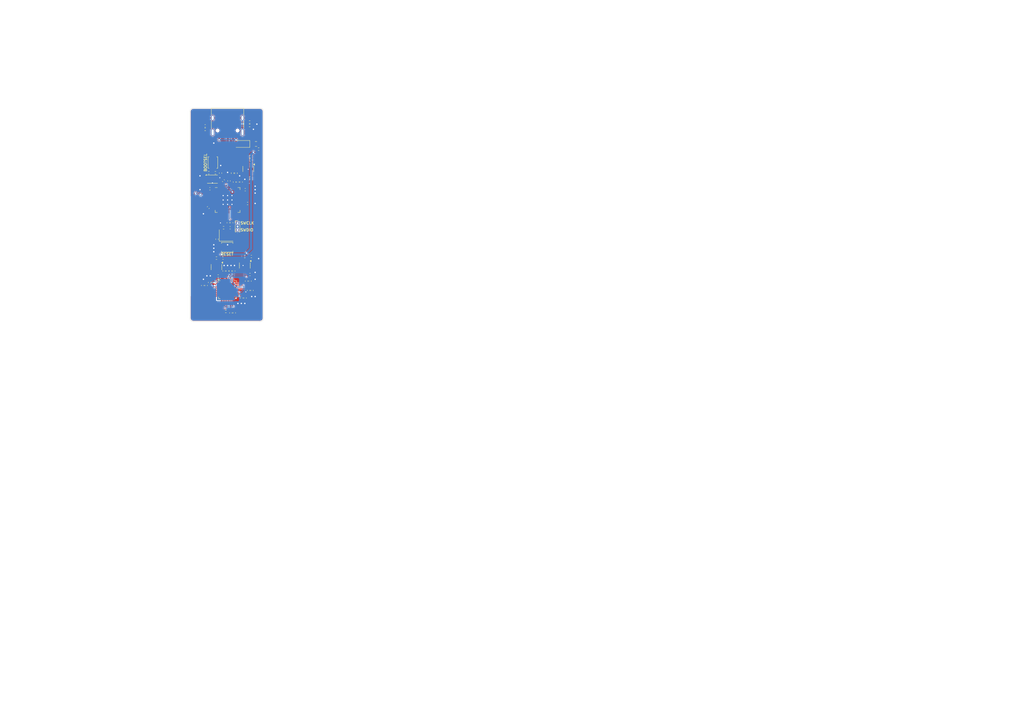
<source format=kicad_pcb>
(kicad_pcb (version 20221018) (generator pcbnew)
  (title_block (title "EnvOpenAudio") (date "2021-09-14") (company "Envious.Design"))
  (layers (0 "F.Cu" signal) (31 "B.Cu" signal) (34 "B.Paste" user) (35 "F.Paste" user) (36 "B.SilkS" user "B.Silkscreen") (37 "F.SilkS" user "F.Silkscreen") (38 "B.Mask" user) (39 "F.Mask" user) (44 "Edge.Cuts" user))
  (net 0 "")
  (net 1 "VBUS")
  (net 2 "+1V1")
  (net 3 "/~{USB_BOOT}")
  (net 4 "/GPIO15")
  (net 5 "/GPIO14")
  (net 6 "/GPIO13")
  (net 7 "/GPIO12")
  (net 8 "/GPIO11")
  (net 9 "/GPIO10")
  (net 10 "/GPIO9")
  (net 11 "/GPIO8")
  (net 12 "/GPIO7")
  (net 13 "/GPIO25")
  (net 14 "/GPIO22")
  (net 15 "/GPIO21")
  (net 16 "/GPIO20")
  (net 17 "/GPIO19")
  (net 18 "/GPIO18")
  (net 19 "/GPIO17")
  (net 20 "/GPIO16")
  (net 21 "/RUN")
  (net 22 "/SWD")
  (net 23 "/SWCLK")
  (net 24 "/QSPI_SS")
  (net 25 "Net-(J1-SHIELD)")
  (net 26 "/QSPI_SD3")
  (net 27 "/QSPI_SCLK")
  (net 28 "/QSPI_SD0")
  (net 29 "/QSPI_SD2")
  (net 30 "/QSPI_SD1")
  (net 31 "+1V8")
  (net 32 "Net-(J1-CC1)")
  (net 33 "3V3_EN")
  (net 34 "USB_D+")
  (net 35 "USB_D-")
  (net 36 "VSYS")
  (net 37 "+3V3")
  (net 38 "XIN")
  (net 39 "XOUT")
  (net 40 "Net-(C19-Pad2)")
  (net 42 "Net-(J1-CC2)")
  (net 43 "/GPIO24")
  (net 44 "Net-(U3-USB_DP)")
  (net 45 "/GPIO23")
  (net 46 "Net-(U3-USB_DM)")
  (net 48 "Net-(F1-Pad1)")
  (net 49 "GND")
  (net 50 "/GPIO27_ADC1")
  (net 51 "/GPIO26_ADC0")
  (net 52 "/GPIO28_ADC2")
  (net 53 "/GPIO29_ADC3")
  (net 54 "Net-(U4-HPL)")
  (net 55 "HPLO")
  (net 56 "Net-(U4-HPR)")
  (net 57 "HPRO")
  (net 58 "Net-(U4-MIC1LM)")
  (net 59 "MIC1LM")
  (net 60 "Net-(U4-MIC1LP)")
  (net 61 "MIC1LP")
  (net 62 "Net-(U5-EN)")
  (net 63 "Net-(U6-EN)")
  (net 64 "MIC1RP")
  (net 65 "Net-(U4-MICBIAS)")
  (net 67 "SPKM")
  (net 68 "SPKP")
  (net 73 "Net-(D1-K)")
  (net 74 "I2C0_SDA")
  (net 75 "I2C0_SCL")
  (net 76 "AUDIO-DOUT")
  (net 77 "AUDIO-DIN")
  (net 78 "AUDIO_WCLK")
  (net 79 "AUDIO_BCLK")
  (net 80 "AUDIO_MCLK")
  (footprint "Capacitor_SMD:C_0402_1005Metric" (layer "F.Cu") (at 68 52.8 90)
    (fp_text reference "C3" hide)
    (fp_text value "1uf 0402" hide)
  )
  (footprint "Resistor_SMD:R_0402_1005Metric" (layer "F.Cu") (at 71 74.4)
    (fp_text reference "R12" hide)
    (fp_text value "100K 0402" hide)
  )
  (footprint "Capacitor_SMD:C_0402_1005Metric" (layer "F.Cu") (at 68.975 52.8 90)
    (fp_text reference "C10" hide)
    (fp_text value "2.2uF 0402" hide)
  )
  (footprint "Capacitor_SMD:C_0402_1005Metric" (layer "F.Cu") (at 72.5 79.6 180)
    (fp_text reference "C21" hide)
    (fp_text value "10uf 0402" hide)
  )
  (footprint "Capacitor_SMD:C_0402_1005Metric" (layer "F.Cu") (at 64.8 52.4 135)
    (fp_text reference "C7" hide)
    (fp_text value "100nf 0402" hide)
  )
  (footprint "Capacitor_SMD:C_0402_1005Metric" (layer "F.Cu") (at 70.1 86.43 -90)
    (fp_text reference "C32" hide)
    (fp_text value "0.1mF 0402" hide)
  )
  (footprint "Resistor_SMD:R_0402_1005Metric" (layer "F.Cu") (at 67.45 50.225 -90)
    (fp_text reference "R3" hide)
    (fp_text value "27r 0402 resistor" hide)
  )
  (footprint "Capacitor_SMD:C_0402_1005Metric" (layer "F.Cu") (at 60.8 81.92 90)
    (fp_text reference "C28" hide)
    (fp_text value "0.1mF 0402" hide)
  )
  (footprint "Capacitor_SMD:C_0402_1005Metric" (layer "F.Cu") (at 64.68 74.86 180)
    (fp_text reference "C9" hide)
    (fp_text value "10uf 0402" hide)
  )
  (footprint "Capacitor_SMD:C_0402_1005Metric" (layer "F.Cu") (at 65 78.6 90)
    (fp_text reference "C35" hide)
    (fp_text value "47mF 0402" hide)
  )
  (footprint "Diode_SMD:D_SOD-123" (layer "F.Cu") (at 70.1 41.75 180)
    (fp_text reference "D1" hide)
    (fp_text value "schottky diode low forward voltage" hide)
  )
  (footprint "Capacitor_SMD:C_0402_1005Metric" (layer "F.Cu") (at 60.875 54.75 180)
    (fp_text reference "C16" hide)
    (fp_text value "100nf 0402" hide)
  )
  (footprint "Capacitor_SMD:C_0402_1005Metric" (layer "F.Cu") (at 71.8 59)
    (fp_text reference "C13" hide)
    (fp_text value "100nf 0402" hide)
  )
  (footprint "Capacitor_SMD:C_0402_1005Metric" (layer "F.Cu") (at 71.125 55.025)
    (fp_text reference "C8" hide)
    (fp_text value "100nf 0402" hide)
  )
  (footprint "Capacitor_SMD:C_0402_1005Metric" (layer "F.Cu") (at 67.95 90.73 -90)
    (fp_text reference "C36" hide)
    (fp_text value "1mF 0402" hide)
  )
  (footprint "Resistor_SMD:R_0402_1005Metric" (layer "F.Cu") (at 75 43.25)
    (fp_text reference "FB1" hide)
    (fp_text value "FerriteBead 0402" hide)
  )
  (footprint "Package_TO_SOT_SMD:SOT-23-5" (layer "F.Cu") (at 71 77 -90)
    (fp_text reference "U6" hide)
    (fp_text value "TLV75533PDBV" hide)
  )
  (footprint "RP2040_minimal:RP2040-QFN-56" (layer "F.Cu") (at 66 58)
    (fp_text reference "U3" hide)
    (fp_text value "RP2040" hide)
  )
  (footprint "Capacitor_SMD:C_0402_1005Metric" (layer "F.Cu") (at 66.75 66.05 180)
    (fp_text reference "C19" hide)
    (fp_text value "22pf 0402" hide)
  )
  (footprint "Capacitor_SMD:C_0402_1005Metric" (layer "F.Cu") (at 67.8 78.6 90)
    (fp_text reference "C34" hide)
    (fp_text value "47mF 0402" hide)
  )
  (footprint "Capacitor_SMD:C_0402_1005Metric" (layer "F.Cu") (at 66.425 52.475 90)
    (fp_text reference "C11" hide)
    (fp_text value "100nf 0402" hide)
  )
  (footprint "Capacitor_SMD:C_0402_1005Metric" (layer "F.Cu") (at 73.1 84.235 -90)
    (fp_text reference "C22" hide)
    (fp_text value "0.1mF 0402" hide)
  )
  (footprint "Capacitor_SMD:C_0402_1005Metric" (layer "F.Cu") (at 59.5 36.5)
    (fp_text reference "C101" hide)
    (fp_text value "0.1uf 0402" hide)
  )
  (footprint "Button_Switch_SMD:SW_SPST_B3U-1000P" (layer "F.Cu") (at 61.75 47.15 90)
    (fp_text reference "J2" hide)
    (fp_text value "Button" hide)
  )
  (footprint "Capacitor_SMD:C_0402_1005Metric" (layer "F.Cu") (at 66.95 90.75 -90)
    (fp_text reference "C37" hide)
    (fp_text value "1mF 0402" hide)
  )
  (footprint "Resistor_SMD:R_0402_1005Metric" (layer "F.Cu") (at 65.5 90.3)
    (fp_text reference "R13" hide)
    (fp_text value "22K 0402" hide)
  )
  (footprint "Capacitor_SMD:C_0402_1005Metric" (layer "F.Cu") (at 59.8 82.8 90)
    (fp_text reference "C27" hide)
    (fp_text value "10mF 0402" hide)
  )
  (footprint "Capacitor_SMD:C_0402_1005Metric" (layer "F.Cu") (at 72.47 46.4 180)
    (fp_text reference "C1" hide)
    (fp_text value "10uf 0402" hide)
  )
  (footprint "Capacitor_SMD:C_0402_1005Metric" (layer "F.Cu") (at 63.28 80.06)
    (fp_text reference "C12" hide)
    (fp_text value "10uf 0402" hide)
  )
  (footprint "Capacitor_SMD:C_0402_1005Metric" (layer "F.Cu") (at 72.1 84.23 -90)
    (fp_text reference "C23" hide)
    (fp_text value "22mF 0402" hide)
  )
  (footprint "Capacitor_SMD:C_0402_1005Metric" (layer "F.Cu") (at 69.95 52.795 90)
    (fp_text reference "C18" hide)
    (fp_text value "100nf 0402" hide)
  )
  (footprint "Resistor_SMD:R_0402_1005Metric" (layer "F.Cu") (at 62.78 74.86)
    (fp_text reference "R8" hide)
    (fp_text value "100K 0402" hide)
  )
  (footprint "Crystal:Crystal_SMD_3225-4Pin_3.2x2.5mm" (layer "F.Cu") (at 65.583274 68.277387)
    (fp_text reference "Y1" hide)
    (fp_text value "3225_4P 12MHz" hide)
  )
  (footprint "Resistor_SMD:R_0402_1005Metric" (layer "F.Cu") (at 72.400001 36.39 180)
    (fp_text reference "R5" hide)
    (fp_text value "5.1K 0402" hide)
  )
  (footprint "Package_TO_SOT_SMD:SOT-23-5" (layer "F.Cu") (at 72 49 -90)
    (fp_text reference "U1" hide)
    (fp_text value "TLV75533PDBV" hide)
  )
  (footprint "Capacitor_SMD:C_0402_1005Metric" (layer "F.Cu") (at 72.47 51.575 180)
    (fp_text reference "C4" hide)
    (fp_text value "10uf 0402" hide)
  )
  (footprint "Capacitor_SMD:C_0402_1005Metric" (layer "F.Cu") (at 65.95 78.6 90)
    (fp_text reference "C30" hide)
    (fp_text value "0.1mF 0402" hide)
  )
  (footprint "Capacitor_SMD:C_0402_1005Metric" (layer "F.Cu") (at 72.9 74.4 180)
    (fp_text reference "C20" hide)
    (fp_text value "10uf 0402" hide)
  )
  (footprint "Capacitor_SMD:C_0402_1005Metric" (layer "F.Cu") (at 66.2 64.6 -90)
    (fp_text reference "C14" hide)
    (fp_text value "100nf 0402" hide)
  )
  (footprint "Resistor_SMD:R_0402_1005Metric" (layer "F.Cu") (at 68.45 50.225 -90)
    (fp_text reference "R4" hide)
    (fp_text value "27r 0402 resistor" hide)
  )
  (footprint "Button_Switch_SMD:SW_SPST_B3U-1000P" (layer "F.Cu") (at 65.9 71.7)
    (fp_text reference "RSW1" hide)
    (fp_text value "TSA343G00-250J2" hide)
  )
  (footprint "Fuse:Fuse_0805_2012Metric" (layer "F.Cu") (at 74.25 41.75 180)
    (fp_text reference "F1" hide)
    (fp_text value "0805L050WR" hide)
  )
  (footprint "Resistor_SMD:R_0402_1005Metric" (layer "F.Cu") (at 59.5 37.5 180)
    (fp_text reference "R102" hide)
    (fp_text value "220 0402" hide)
  )
  (footprint "Capacitor_SMD:C_0402_1005Metric" (layer "F.Cu") (at 71.5 81.525 90)
    (fp_text reference "C25" hide)
    (fp_text value "22mF 0402" hide)
  )
  (footprint "Capacitor_SMD:C_0402_1005Metric" (layer "F.Cu") (at 60.4 60.2 -135)
    (fp_text reference "C15" hide)
    (fp_text value "100nf 0402" hide)
  )
  (footprint "Resistor_SMD:R_0402_1005Metric" (layer "F.Cu") (at 60.55 50.1025 180)
    (fp_text reference "R1" hide)
    (fp_text value "1K 0402" hide)
  )
  (footprint "Capacitor_SMD:C_0402_1005Metric" (layer "F.Cu") (at 61.8 81.92 90)
    (fp_text reference "C29" hide)
    (fp_text value "10mF 0402" hide)
  )
  (footprint "Capacitor_SMD:C_0402_1005Metric" (layer "F.Cu") (at 58.8 82.8 90)
    (fp_text reference "C26" hide)
    (fp_text value "0.1mF 0402" hide)
  )
  (footprint "Connector_PinHeader_1.00mm:PinHeader_1x03_P1.00mm_Vertical" (layer "F.Cu") (at 68.9 64.7)
    (fp_text reference "J5" hide)
    (fp_text value "Conn_01x03_Male" hide)
  )
  (footprint "Package_TO_SOT_SMD:SOT-23-5" (layer "F.Cu") (at 62.78 77.46 -90)
    (fp_text reference "U5" hide)
    (fp_text value "TLV75518PDBV" hide)
  )
  (footprint "Package_SON:SON-8-1EP_3x2mm_P0.5mm_EP1.4x1.6mm" (layer "F.Cu") (at 61.6125 51.9525)
    (fp_text reference "FLASH1" hide)
    (fp_text value "W25Q16JVUXIQ" hide)
  )
  (footprint "Capacitor_SMD:C_0402_1005Metric" (layer "F.Cu") (at 62.931624 69.373402 90)
    (fp_text reference "C2" hide)
    (fp_text value "22pf 0402" hide)
  )
  (footprint "Resistor_SMD:R_0402_1005Metric" (layer "F.Cu") (at 72.4 35.4 180)
    (fp_text reference "R6" hide)
    (fp_text value "5.1K 0402" hide)
  )
  (footprint "Connector_USB:USB_C_Receptacle_HRO_TYPE-C-31-M-12" (layer "F.Cu") (at 66 35.25 180)
    (fp_text reference "J1" hide)
    (fp_text value "USB_C_Receptacle_USB2.0" hide)
  )
  (footprint "Resistor_SMD:R_0402_1005Metric" (layer "F.Cu") (at 72.475 45.425)
    (fp_text reference "R7" hide)
    (fp_text value "100K 0402" hide)
  )
  (footprint "Package_DFN_QFN:VQFN-32-1EP_5x5mm_P0.5mm_EP3.5x3.5mm" (layer "F.Cu") (at 66 84)
    (fp_text reference "U4" hide)
    (fp_text value "TLV320AIC3100" hide)
  )
  (footprint "Resistor_SMD:R_0402_1005Metric" (layer "F.Cu") (at 62.475 50.1025 180)
    (fp_text reference "R2" hide)
    (fp_text value "10K 0402" hide)
  )
  (footprint "Capacitor_SMD:C_0402_1005Metric" (layer "F.Cu") (at 66.85 78.6 90)
    (fp_text reference "C31" hide)
    (fp_text value "10mF 0402" hide)
  )
  (footprint "Capacitor_SMD:C_0402_1005Metric" (layer "F.Cu") (at 63.975 50.2 90)
    (fp_text reference "C5" hide)
    (fp_text value "100nf 0402" hide)
  )
  (footprint "Capacitor_SMD:C_0402_1005Metric" (layer "F.Cu") (at 67.2 64.6 -90)
    (fp_text reference "C6" hide)
    (fp_text value "100nf 0402" hide)
  )
  (footprint "Capacitor_SMD:C_0402_1005Metric" (layer "F.Cu") (at 71.1 86.43 -90)
    (fp_text reference "C33" hide)
    (fp_text value "10mF 0402" hide)
  )
  (footprint "Capacitor_SMD:C_0402_1005Metric" (layer "F.Cu") (at 72.49 81.52 90)
    (fp_text reference "C24" hide)
    (fp_text value "0.1mF 0402" hide)
  )
  (footprint "Resistor_SMD:R_0402_1005Metric" (layer "F.Cu") (at 64.840812 66.05)
    (fp_text reference "R11" hide)
    (fp_text value "1K 0402" hide)
  )
  (gr_line (start 76.396366 32.35) (end 76.396366 92.25) (stroke (width 0.1)) (layer "Edge.Cuts"))
  (gr_line (start 75.396366 93.25) (end 56.103634 93.25) (stroke (width 0.1)) (layer "Edge.Cuts"))
  (gr_arc (start 75.396366 31.35) (mid 76.103473 31.642893) (end 76.396366 32.35) (stroke (width 0.1)) (layer "Edge.Cuts"))
  (gr_arc (start 76.396366 92.25) (mid 76.103473 92.957107) (end 75.396366 93.25) (stroke (width 0.1)) (layer "Edge.Cuts"))
  (gr_line (start 55.103634 92.25) (end 55.103634 32.35) (stroke (width 0.1)) (layer "Edge.Cuts"))
  (gr_line (start 56.103634 31.35) (end 75.396366 31.35) (stroke (width 0.1)) (layer "Edge.Cuts"))
  (gr_arc (start 55.103634 32.35) (mid 55.396529 31.642905) (end 56.103634 31.35) (stroke (width 0.1)) (layer "Edge.Cuts"))
  (gr_arc (start 56.103634 93.25) (mid 55.396527 92.957107) (end 55.103634 92.25) (stroke (width 0.1)) (layer "Edge.Cuts"))
  (gr_text "SWDIO" (at 69.65 66.7) (layer "F.SilkS") (effects (font (size 0.8 0.8) (thickness 0.15) bold) (justify left)))
  (gr_text "BOOTSEL" (at 59.6 47.15 90) (layer "F.SilkS") (effects (font (size 0.8 0.8) (thickness 0.15) bold)))
  (gr_text "RESET" (at 65.9 73.75) (layer "F.SilkS") (effects (font (size 0.8 0.8) (thickness 0.15) bold)))
  (gr_text "SWCLK" (at 69.65 64.7) (layer "F.SilkS") (effects (font (size 0.8 0.8) (thickness 0.15) bold) (justify left)))
  (segment (start 68.45 41.75) (end 68.45 39.295) (width 0.4) (layer "F.Cu") (net 1))
  (segment (start 63.55 39.295) (end 63.55 40.55) (width 0.4) (layer "F.Cu") (net 1))
  (via (at 63.55 40.55) (size 0.8) (drill 0.4) (layers "F.Cu" "B.Cu") (net 1))
  (via (at 68.45 40.55) (size 0.8) (drill 0.4) (layers "F.Cu" "B.Cu") (net 1))
  (segment (start 68.45 40.55) (end 63.55 40.55) (width 0.4) (layer "B.Cu") (net 1))
  (segment (start 65.592272 53.457728) (end 65.592272 53.192272) (width 0.15) (layer "F.Cu") (net 2))
  (segment (start 67.8 54.5625) (end 67.8 53.48) (width 0.15) (layer "F.Cu") (net 2))
  (segment (start 67.2 64.05) (end 67.2 64.12) (width 0.15) (layer "F.Cu") (net 2))
  (segment (start 65.592272 53.192272) (end 65.139411 52.739411) (width 0.15) (layer "F.Cu") (net 2))
  (segment (start 65.8 53.665456) (end 65.8 54.5625) (width 0.15) (layer "F.Cu") (net 2))
  (segment (start 66.6 63.45) (end 67.2 64.05) (width 0.15) (layer "F.Cu") (net 2))
  (segment (start 67.8 53.48) (end 68 53.28) (width 0.15) (layer "F.Cu") (net 2))
  (segment (start 65.592272 53.457728) (end 65.8 53.665456) (width 0.15) (layer "F.Cu") (net 2))
  (segment (start 66.6 61.4375) (end 66.6 63.45) (width 0.15) (layer "F.Cu") (net 2))
  (via (at 66.625 60.075) (size 0.5) (drill 0.3) (layers "F.Cu" "B.Cu") (net 2))
  (via (at 65.592272 53.457728) (size 0.5) (drill 0.3) (layers "F.Cu" "B.Cu") (net 2))
  (via (at 66.727413 63.572112) (size 0.5) (drill 0.3) (layers "F.Cu" "B.Cu") (net 2))
  (via (at 67.4 55.675) (size 0.8) (drill 0.4) (layers "F.Cu" "B.Cu") (net 2))
  (segment (start 66.6 60.1) (end 66.6 63.444699) (width 0.2) (layer "B.Cu") (net 2))
  (segment (start 66.6 63.444699) (end 66.727413 63.572112) (width 0.2) (layer "B.Cu") (net 2))
  (segment (start 65.592272 53.867272) (end 65.592272 53.457728) (width 0.35) (layer "B.Cu") (net 2))
  (segment (start 66.625 60.075) (end 66.6 60.1) (width 0.2) (layer "B.Cu") (net 2))
  (segment (start 67.4 55.675) (end 65.592272 53.867272) (width 0.35) (layer "B.Cu") (net 2))
  (segment (start 60.35 48.85) (end 60.04 49.16) (width 0.4) (layer "F.Cu") (net 3))
  (segment (start 60.04 49.16) (end 60.04 50.1025) (width 0.4) (layer "F.Cu") (net 3))
  (segment (start 61.75 48.85) (end 60.35 48.85) (width 0.4) (layer "F.Cu") (net 3))
  (segment (start 67.8 62.601472) (end 67.8 61.4375) (width 0.15) (layer "F.Cu") (net 21))
  (segment (start 67.6 70.45) (end 67.85 70.2) (width 0.15) (layer "F.Cu") (net 21))
  (segment (start 67.85 68.95) (end 70 66.8) (width 0.15) (layer "F.Cu") (net 21))
  (segment (start 70 66.8) (end 70 64.075736) (width 0.15) (layer "F.Cu") (net 21))
  (segment (start 70 64.075736) (end 69.424264 63.5) (width 0.15) (layer "F.Cu") (net 21))
  (segment (start 68.698528 63.5) (end 67.8 62.601472) (width 0.15) (layer "F.Cu") (net 21))
  (segment (start 69.424264 63.5) (end 68.698528 63.5) (width 0.15) (layer "F.Cu") (net 21))
  (segment (start 67.85 70.2) (end 67.85 68.95) (width 0.15) (layer "F.Cu") (net 21))
  (segment (start 67.6 71.7) (end 67.6 70.45) (width 0.15) (layer "F.Cu") (net 21))
  (segment (start 68.9 66.7) (end 69.55 66.7) (width 0.15) (layer "F.Cu") (net 22))
  (segment (start 69.3 63.8) (end 68.574264 63.8) (width 0.15) (layer "F.Cu") (net 22))
  (segment (start 69.7 64.2) (end 69.3 63.8) (width 0.15) (layer "F.Cu") (net 22))
  (segment (start 67.4 62.625736) (end 67.4 61.4375) (width 0.15) (layer "F.Cu") (net 22))
  (segment (start 69.55 66.7) (end 69.7 66.55) (width 0.15) (layer "F.Cu") (net 22))
  (segment (start 69.7 66.55) (end 69.7 64.2) (width 0.15) (layer "F.Cu") (net 22))
  (segment (start 68.574264 63.8) (end 67.4 62.625736) (width 0.15) (layer "F.Cu") (net 22))
  (segment (start 68.9 64.7) (end 68.9 64.55) (width 0.15) (layer "F.Cu") (net 23))
  (segment (start 67 62.65) (end 67 61.4375) (width 0.15) (layer "F.Cu") (net 23))
  (segment (start 68.9 64.55) (end 67 62.65) (width 0.15) (layer "F.Cu") (net 23))
  (segment (start 62.58 54.5625) (end 63.4 54.5625) (width 0.15) (layer "F.Cu") (net 24))
  (segment (start 58.95 53.299264) (end 59.775736 54.125) (width 0.15) (layer "F.Cu") (net 24))
  (segment (start 59.775736 54.125) (end 62.1425 54.125) (width 0.15) (layer "F.Cu") (net 24))
  (segment (start 60.325 51.2025) (end 60.325 51.0775) (width 0.25) (layer "F.Cu") (net 24))
  (segment (start 60.325 51.2025) (end 59.823972 51.2025) (width 0.15) (layer "F.Cu") (net 24))
  (segment (start 58.95 52.076472) (end 58.95 53.299264) (width 0.15) (layer "F.Cu") (net 24))
  (segment (start 60.325 51.0775) (end 61.06 50.3425) (width 0.25) (layer "F.Cu") (net 24))
  (segment (start 61.06 50.3425) (end 61.06 50.1025) (width 0.25) (layer "F.Cu") (net 24))
  (segment (start 59.823972 51.2025) (end 58.95 52.076472) (width 0.15) (layer "F.Cu") (net 24))
  (segment (start 61.965 50.1025) (end 61.06 50.1025) (width 0.15) (layer "F.Cu") (net 24))
  (segment (start 62.1425 54.125) (end 62.58 54.5625) (width 0.15) (layer "F.Cu") (net 24))
  (segment (start 70.32 34.2) (end 61.68 34.2) (width 0.25) (layer "F.Cu") (net 25))
  (segment (start 60.01 36.53) (end 59.98 36.5) (width 0.25) (layer "F.Cu") (net 25))
  (segment (start 60.8 34.2) (end 59.98 35.02) (width 0.25) (layer "F.Cu") (net 25))
  (segment (start 61.68 34.2) (end 61.68 38.38) (width 0.25) (layer "F.Cu") (net 25))
  (segment (start 61.68 34.2) (end 60.8 34.2) (width 0.25) (layer "F.Cu") (net 25))
  (segment (start 59.98 35.02) (end 59.98 36.5) (width 0.25) (layer "F.Cu") (net 25))
  (segment (start 60.01 37.5) (end 60.01 36.53) (width 0.25) (layer "F.Cu") (net 25))
  (segment (start 70.32 34.2) (end 70.32 38.38) (width 0.25) (layer "B.Cu") (net 25))
  (segment (start 63.165292 51.7025) (end 65.4 53.937208) (width 0.15) (layer "F.Cu") (net 26))
  (segment (start 62.9 51.7025) (end 63.165292 51.7025) (width 0.15) (layer "F.Cu") (net 26))
  (segment (start 65.4 53.937208) (end 65.4 54.5625) (width 0.15) (layer "F.Cu") (net 26))
  (segment (start 65 54.5625) (end 65 53.961472) (width 0.15) (layer "F.Cu") (net 27))
  (segment (start 63.241028 52.2025) (end 62.9 52.2025) (width 0.15) (layer "F.Cu") (net 27))
  (segment (start 65 53.961472) (end 63.241028 52.2025) (width 0.15) (layer "F.Cu") (net 27))
  (segment (start 63.316764 52.7025) (end 64.6 53.985736) (width 0.15) (layer "F.Cu") (net 28))
  (segment (start 62.9 52.7025) (end 63.316764 52.7025) (width 0.15) (layer "F.Cu") (net 28))
  (segment (start 64.6 53.985736) (end 64.6 54.5625) (width 0.15) (layer "F.Cu") (net 28))
  (segment (start 64.2 54.5625) (end 64.2 54.01) (width 0.15) (layer "F.Cu") (net 29))
  (segment (start 60.325 52.2025) (end 59.6725 52.2025) (width 0.15) (layer "F.Cu") (net 29))
  (segment (start 59.55 52.325) (end 59.55 53.050736) (width 0.15) (layer "F.Cu") (net 29))
  (segment (start 63.2 53.525) (end 63.125 53.525) (width 0.15) (layer "F.Cu") (net 29))
  (segment (start 60.024632 53.525368) (end 63.199632 53.525368) (width 0.15) (layer "F.Cu") (net 29))
  (segment (start 64.2 54.01) (end 63.715 53.525) (width 0.15) (layer "F.Cu") (net 29))
  (segment (start 63.715 53.525) (end 63.2 53.525) (width 0.15) (layer "F.Cu") (net 29))
  (segment (start 59.55 53.050736) (end 60.024632 53.525368) (width 0.15) (layer "F.Cu") (net 29))
  (segment (start 59.6725 52.2025) (end 59.55 52.325) (width 0.15) (layer "F.Cu") (net 29))
  (segment (start 63.199632 53.525368) (end 63.2 53.525) (width 0.15) (layer "F.Cu") (net 29))
  (segment (start 59.900368 53.825368) (end 63.323896 53.825368) (width 0.15) (layer "F.Cu") (net 30))
  (segment (start 60.325 51.7025) (end 59.748236 51.7025) (width 0.15) (layer "F.Cu") (net 30))
  (segment (start 59.25 52.200736) (end 59.25 53.175) (width 0.15) (layer "F.Cu") (net 30))
  (segment (start 63.8 54.034264) (end 63.8 54.5625) (width 0.15) (layer "F.Cu") (net 30))
  (segment (start 59.748236 51.7025) (end 59.25 52.200736) (width 0.15) (layer "F.Cu") (net 30))
  (segment (start 59.25 53.175) (end 59.900368 53.825368) (width 0.15) (layer "F.Cu") (net 30))
  (segment (start 63.590736 53.825) (end 63.8 54.034264) (width 0.15) (layer "F.Cu") (net 30))
  (segment (start 63.324264 53.825) (end 63.590736 53.825) (width 0.15) (layer "F.Cu") (net 30))
  (segment (start 63.323896 53.825368) (end 63.324264 53.825) (width 0.15) (layer "F.Cu") (net 30))
  (segment (start 63.73 78.5975) (end 63.73 80.03) (width 0.25) (layer "F.Cu") (net 31))
  (segment (start 59.83 83.25) (end 63.55 83.25) (width 0.25) (layer "F.Cu") (net 31))
  (segment (start 63.76 80.06) (end 63.76 80.59) (width 0.25) (layer "F.Cu") (net 31))
  (segment (start 59.8 83.28) (end 59.83 83.25) (width 0.25) (layer "F.Cu") (net 31))
  (segment (start 58.8 83.28) (end 59.8 83.28) (width 0.25) (layer "F.Cu") (net 31))
  (segment (start 63.76 80.59) (end 62.65 81.7) (width 0.25) (layer "F.Cu") (net 31))
  (segment (start 63.73 80.03) (end 63.76 80.06) (width 0.25) (layer "F.Cu") (net 31))
  (via (at 62.2 83.25) (size 0.5) (drill 0.3) (layers "F.Cu" "B.Cu") (net 31))
  (via (at 62.65 81.7) (size 0.5) (drill 0.3) (layers "F.Cu" "B.Cu") (net 31))
  (segment (start 61.35 82.35) (end 62.25 83.25) (width 0.25) (layer "B.Cu") (net 31))
  (segment (start 62.65 81.7) (end 61.9 81.7) (width 0.25) (layer "B.Cu") (net 31))
  (segment (start 61.35 82.25) (end 61.35 82.35) (width 0.25) (layer "B.Cu") (net 31))
  (segment (start 61.9 81.7) (end 61.35 82.25) (width 0.25) (layer "B.Cu") (net 31))
  (segment (start 68.01 36.39) (end 71.890001 36.39) (width 0.25) (layer "F.Cu") (net 32))
  (segment (start 67.25 39.295) (end 67.25 37.15) (width 0.25) (layer "F.Cu") (net 32))
  (segment (start 67.25 37.15) (end 68.01 36.39) (width 0.25) (layer "F.Cu") (net 32))
  (segment (start 71.965 45.425) (end 71.475 45.425) (width 0.4) (layer "F.Cu") (net 33))
  (segment (start 71.05 45.85) (end 71.05 47.8625) (width 0.4) (layer "F.Cu") (net 33))
  (segment (start 71.475 45.425) (end 71.05 45.85) (width 0.4) (layer "F.Cu") (net 33))
  (segment (start 67.45 49.234999) (end 67.49 49.194999) (width 0.67) (layer "F.Cu") (net 34))
  (segment (start 67.49 49.194999) (end 67.49 46.94054) (width 0.67) (layer "F.Cu") (net 34))
  (segment (start 67.49 46.94054) (end 66 45.45054) (width 0.67) (layer "F.Cu") (net 34))
  (segment (start 66.25 40.25) (end 66.25 39.295) (width 0.15) (layer "F.Cu") (net 34))
  (segment (start 67.45 49.715) (end 67.45 49.234999) (width 0.67) (layer "F.Cu") (net 34))
  (segment (start 65.5 40.5) (end 66 40.5) (width 0.15) (layer "F.Cu") (net 34))
  (segment (start 66 45.45054) (end 66 40.5) (width 0.67) (layer "F.Cu") (net 34))
  (segment (start 66.25 40.25) (end 66.25 39.295) (width 0.15) (layer "F.Cu") (net 34))
  (segment (start 65.25 39.295) (end 65.25 40.25) (width 0.15) (layer "F.Cu") (net 34))
  (segment (start 66 40.5) (end 66.25 40.25) (width 0.15) (layer "F.Cu") (net 34))
  (arc (start 65.5 40.5) (mid 65.323223 40.426777) (end 65.25 40.25) (width 0.15) (layer "F.Cu") (net 34))
  (arc (start 66 40.5) (mid 66.176777 40.426777) (end 66.25 40.25) (width 0.15) (layer "F.Cu") (net 34))
  (segment (start 68.45 49.234999) (end 68.41 49.194999) (width 0.67) (layer "F.Cu") (net 35))
  (segment (start 66.75 40.45) (end 66.75 39.295) (width 0.15) (layer "F.Cu") (net 35))
  (segment (start 67.102308 45.251768) (end 67.102308 40.802308) (width 0.67) (layer "F.Cu") (net 35))
  (segment (start 66.5 37.8) (end 66 37.8) (width 0.15) (layer "F.Cu") (net 35))
  (segment (start 67.102308 40.802308) (end 66.9 40.6) (width 0.67) (layer "F.Cu") (net 35))
  (segment (start 68.41 49.194999) (end 68.41 46.55946) (width 0.67) (layer "F.Cu") (net 35))
  (segment (start 66.9 40.6) (end 66.75 40.45) (width 0.15) (layer "F.Cu") (net 35))
  (segment (start 66.75 39.295) (end 66.75 38.05) (width 0.15) (layer "F.Cu") (net 35))
  (segment (start 68.41 46.55946) (end 67.102308 45.251768) (width 0.67) (layer "F.Cu") (net 35))
  (segment (start 68.45 49.715) (end 68.45 49.234999) (width 0.67) (layer "F.Cu") (net 35))
  (segment (start 65.75 38.05) (end 65.75 39.295) (width 0.15) (layer "F.Cu") (net 35))
  (arc (start 65.75 38.05) (mid 65.823223 37.873223) (end 66 37.8) (width 0.15) (layer "F.Cu") (net 35))
  (arc (start 66.75 38.05) (mid 66.676777 37.873223) (end 66.5 37.8) (width 0.15) (layer "F.Cu") (net 35))
  (segment (start 70.9 81.95) (end 70.8 82.05) (width 0.25) (layer "F.Cu") (net 36))
  (segment (start 72.1 83.75) (end 72.1 83.15) (width 0.25) (layer "F.Cu") (net 36))
  (segment (start 71.95 74.84) (end 71.51 74.4) (width 0.25) (layer "F.Cu") (net 36))
  (segment (start 63.73 75.33) (end 63.73 76.3225) (width 0.25) (layer "F.Cu") (net 36))
  (segment (start 72.985 45.425) (end 72.985 44.69) (width 0.4) (layer "F.Cu") (net 36))
  (segment (start 72.95 47.8625) (end 72.95 46.4) (width 0.4) (layer "F.Cu") (net 36))
  (segment (start 75.51 43.59) (end 75.51 43.25) (width 0.4) (layer "F.Cu") (net 36))
  (segment (start 71.5 82.55) (end 71.5 82.005) (width 0.25) (layer "F.Cu") (net 36))
  (segment (start 70.7 82.05) (end 70.8 82.05) (width 0.25) (layer "F.Cu") (net 36))
  (segment (start 73.1 83.1) (end 72.49 82.49) (width 0.25) (layer "F.Cu") (net 36))
  (segment (start 72.1 83.15) (end 71.5 82.55) (width 0.25) (layer "F.Cu") (net 36))
  (segment (start 71.95 75.8625) (end 71.95 76.4) (width 0.25) (layer "F.Cu") (net 36))
  (segment (start 70.5 82.25) (end 70.7 82.05) (width 0.25) (layer "F.Cu") (net 36))
  (segment (start 70.9 77.45) (end 70.9 81.95) (width 0.25) (layer "F.Cu") (net 36))
  (segment (start 63.73 75.3) (end 63.73 76.3225) (width 0.25) (layer "F.Cu") (net 36))
  (segment (start 72.49 82.49) (end 72.49 82) (width 0.25) (layer "F.Cu") (net 36))
  (segment (start 74.925 44.175) (end 75.51 43.59) (width 0.4) (layer "F.Cu") (net 36))
  (segment (start 71.95 76.4) (end 70.9 77.45) (width 0.25) (layer "F.Cu") (net 36))
  (segment (start 72.49 82) (end 71.505 82) (width 0.25) (layer "F.Cu") (net 36))
  (segment (start 71.95 74.87) (end 72.42 74.4) (width 0.25) (layer "F.Cu") (net 36))
  (segment (start 64.2 74.86) (end 63.73 75.33) (width 0.25) (layer "F.Cu") (net 36))
  (segment (start 64.2 74.86) (end 64.2 73.8) (width 0.5) (layer "F.Cu") (net 36))
  (segment (start 71.51 73.4) (end 71.51 74.4) (width 0.5) (layer "F.Cu") (net 36))
  (segment (start 71.5 82.05) (end 71.5 82.005) (width 0.25) (layer "F.Cu") (net 36))
  (segment (start 71.505 82) (end 71.5 82.005) (width 0.25) (layer "F.Cu") (net 36))
  (segment (start 73.1 83.755) (end 73.1 83.1) (width 0.25) (layer "F.Cu") (net 36))
  (segment (start 72.985 45.425) (end 72.95 45.46) (width 0.4) (layer "F.Cu") (net 36))
  (segment (start 70.8 82.05) (end 71.1 82.05) (width 0.25) (layer "F.Cu") (net 36))
  (segment (start 72.985 44.69) (end 73.5 44.175) (width 0.4) (layer "F.Cu") (net 36))
  (segment (start 68.45 82.25) (end 70.25 82.25) (width 0.25) (layer "F.Cu") (net 36))
  (segment (start 73.5 44.175) (end 74.925 44.175) (width 0.4) (layer "F.Cu") (net 36))
  (segment (start 72.95 45.46) (end 72.95 46.4) (width 0.4) (layer "F.Cu") (net 36))
  (segment (start 63.29 74.86) (end 63.73 75.3) (width 0.25) (layer "F.Cu") (net 36))
  (segment (start 71.95 75.8625) (end 71.95 74.84) (width 0.25) (layer "F.Cu") (net 36))
  (segment (start 71.1 82.05) (end 71.5 82.05) (width 0.25) (layer "F.Cu") (net 36))
  (segment (start 68.45 83.75) (end 68.455 83.755) (width 0.25) (layer "F.Cu") (net 36))
  (segment (start 70.25 82.25) (end 70.5 82.25) (width 0.25) (layer "F.Cu") (net 36))
  (segment (start 68.455 83.755) (end 73.1 83.755) (width 0.25) (layer "F.Cu") (net 36))
  (segment (start 71.95 75.8625) (end 71.95 74.87) (width 0.25) (layer "F.Cu") (net 36))
  (via (at 64.2 73.8) (size 0.8) (drill 0.4) (layers "F.Cu" "B.Cu") (net 36))
  (via (at 73.5 44.175) (size 0.8) (drill 0.4) (layers "F.Cu" "B.Cu") (net 36))
  (via (at 71.51 73.4) (size 0.8) (drill 0.4) (layers "F.Cu" "B.Cu") (net 36))
  (segment (start 64.2 73.8) (end 71.11 73.8) (width 0.8) (layer "B.Cu") (net 36))
  (segment (start 71.51 73.4) (end 72.8 72.11) (width 0.8) (layer "B.Cu") (net 36))
  (segment (start 72.8 72.11) (end 72.8 44.8) (width 0.8) (layer "B.Cu") (net 36))
  (segment (start 73.425 44.175) (end 73.5 44.175) (width 0.8) (layer "B.Cu") (net 36))
  (segment (start 71.11 73.8) (end 71.51 73.4) (width 0.8) (layer "B.Cu") (net 36))
  (segment (start 72.8 44.8) (end 73.425 44.175) (width 0.8) (layer "B.Cu") (net 36))
  (segment (start 61.355 55.28) (end 61.355 54.75) (width 0.15) (layer "F.Cu") (net 37))
  (segment (start 68.6 53.655) (end 68.6 54.5625) (width 0.15) (layer "F.Cu") (net 37))
  (segment (start 68.2 54.055) (end 68.975 53.28) (width 0.15) (layer "F.Cu") (net 37))
  (segment (start 69.95 53.825) (end 69.95 53.275) (width 0.15) (layer "F.Cu") (net 37))
  (segment (start 72.95 50.1375) (end 72.95 51.575) (width 0.4) (layer "F.Cu") (net 37))
  (segment (start 66.6 53.475) (end 66.6 53.13) (width 0.15) (layer "F.Cu") (net 37))
  (segment (start 69 54.5) (end 69.95 53.825) (width 0.15) (layer "F.Cu") (net 37))
  (segment (start 66.6 53.13) (end 66.425 52.955) (width 0.15) (layer "F.Cu") (net 37))
  (segment (start 72.02 78.2075) (end 71.95 78.1375) (width 0.45) (layer "F.Cu") (net 37))
  (segment (start 62.985 50.1025) (end 62.985 51.1175) (width 0.15) (layer "F.Cu") (net 37))
  (segment (start 68.8125 54.35) (end 68.6 54.5625) (width 0.15) (layer "F.Cu") (net 37))
  (segment (start 66.25 80.65) (end 66.25 80.334314) (width 0.25) (layer "F.Cu") (net 37))
  (segment (start 62.75 82.7) (end 62.7 82.7) (width 0.25) (layer "F.Cu") (net 37))
  (segment (start 62.9 51.2025) (end 62.975 51.1275) (width 0.15) (layer "F.Cu") (net 37))
  (segment (start 66.25 80.334314) (end 65.95 80.034314) (width 0.25) (layer "F.Cu") (net 37))
  (segment (start 65.95 80.034314) (end 65.95 79.08) (width 0.25) (layer "F.Cu") (net 37))
  (segment (start 70.8 54.2) (end 72.95 52.05) (width 0.55) (layer "F.Cu") (net 37))
  (segment (start 68.975 53.28) (end 68.6 53.655) (width 0.15) (layer "F.Cu") (net 37))
  (segment (start 61.8 82.4) (end 60.8 82.4) (width 0.25) (layer "F.Cu") (net 37))
  (segment (start 66.25 80.334314) (end 66.85 79.734314) (width 0.25) (layer "F.Cu") (net 37))
  (segment (start 66.2 53.875) (end 66.6 53.475) (width 0.15) (layer "F.Cu") (net 37))
  (segment (start 72.02 79.68) (end 71.5 80.2) (width 0.5) (layer "F.Cu") (net 37))
  (segment (start 69.4375 55.4) (end 69.95 55.4) (width 0.15) (layer "F.Cu") (net 37))
  (segment (start 63.5275 51.1275) (end 63.975 50.68) (width 0.15) (layer "F.Cu") (net 37))
  (segment (start 63.55 82.75) (end 62.8 82.75) (width 0.25) (layer "F.Cu") (net 37))
  (segment (start 66.38 52.955) (end 64.105 50.68) (width 0.15) (layer "F.Cu") (net 37))
  (segment (start 62.5625 55.4) (end 61.475 55.4) (width 0.15) (layer "F.Cu") (net 37))
  (segment (start 69.425 54.35) (end 68.8125 54.35) (width 0.15) (layer "F.Cu") (net 37))
  (segment (start 62.985 51.1175) (end 62.9 51.2025) (width 0.15) (layer "F.Cu") (net 37))
  (segment (start 66.425 52.955) (end 66.38 52.955) (width 0.15) (layer "F.Cu") (net 37))
  (segment (start 68.2 54.5625) (end 68.2 54.055) (width 0.15) (layer "F.Cu") (net 37))
  (segment (start 68.45 85.75) (end 69.9 85.75) (width 0.25) (layer "F.Cu") (net 37))
  (segment (start 66.25 81.55) (end 66.25 80.65) (width 0.25) (layer "F.Cu") (net 37))
  (segment (start 62.975 51.1275) (end 63.5275 51.1275) (width 0.15) (layer "F.Cu") (net 37))
  (segment (start 69.4375 59) (end 71.32 59) (width 0.15) (layer "F.Cu") (net 37))
  (segment (start 72.02 79.6) (end 72.02 79.68) (width 0.25) (layer "F.Cu") (net 37))
  (segment (start 70.325 55.025) (end 70.645 55.025) (width 0.15) (layer "F.Cu") (net 37))
  (segment (start 62.45 82.4) (end 61.8 82.4) (width 0.25) (layer "F.Cu") (net 37))
  (segment (start 64.105 50.68) (end 63.975 50.68) (width 0.15) (layer "F.Cu") (net 37))
  (segment (start 69 54.5) (end 69.3 54.2) (width 0.55) (layer "F.Cu") (net 37))
  (segment (start 71.1 85.95) (end 70.1 85.95) (width 0.25) (layer "F.Cu") (net 37))
  (segment (start 62.7 82.7) (end 62.7 82.65) (width 0.25) (layer "F.Cu") (net 37))
  (segment (start 69.3 54.2) (end 70.8 54.2) (width 0.55) (layer "F.Cu") (net 37))
  (segment (start 66.85 79.734314) (end 66.85 79.08) (width 0.25) (layer "F.Cu") (net 37))
  (segment (start 66.6 54.5625) (end 66.6 53.13) (width 0.15) (layer "F.Cu") (net 37))
  (segment (start 72.95 52.05) (end 72.95 51.575) (width 0.55) (layer "F.Cu") (net 37))
  (segment (start 69.95 55.4) (end 70.325 55.025) (width 0.15) (layer "F.Cu") (net 37))
  (segment (start 69 54.5) (end 69.425 54.35) (width 0.15) (layer "F.Cu") (net 37))
  (segment (start 66.2 54.5625) (end 66.2 53.875) (width 0.15) (layer "F.Cu") (net 37))
  (segment (start 61.6 59) (end 60.739411 59.860589) (width 0.15) (layer "F.Cu") (net 37))
  (segment (start 62.8 82.75) (end 62.75 82.7) (width 0.25) (layer "F.Cu") (net 37))
  (segment (start 72.02 79.6) (end 72.02 78.2075) (width 0.45) (layer "F.Cu") (net 37))
  (segment (start 62.7 82.65) (end 62.45 82.4) (width 0.25) (layer "F.Cu") (net 37))
  (segment (start 62.5625 59) (end 61.6 59) (width 0.15) (layer "F.Cu") (net 37))
  (segment (start 61.475 55.4) (end 61.355 55.28) (width 0.15) (layer "F.Cu") (net 37))
  (segment (start 66.2 64.12) (end 66.2 61.4375) (width 0.15) (layer "F.Cu") (net 37))
  (segment (start 69.9 85.75) (end 70.1 85.95) (width 0.25) (layer "F.Cu") (net 37))
  (via (at 62.7 82.7) (size 0.5) (drill 0.3) (layers "F.Cu" "B.Cu") (net 37))
  (via (at 69.4 85.775) (size 0.5) (drill 0.3) (layers "F.Cu" "B.Cu") (net 37))
  (via (at 66.248105 80.245964) (size 0.5) (drill 0.3) (layers "F.Cu" "B.Cu") (net 37))
  (via (at 71.5 80.2) (size 0.5) (drill 0.3) (layers "F.Cu" "B.Cu") (net 37))
  (segment (start 69.4 85.775) (end 69.375 85.75) (width 0.25) (layer "B.Cu") (net 37))
  (segment (start 66.25 82.1) (end 65.65 82.7) (width 0.25) (layer "B.Cu") (net 37))
  (segment (start 68.35 85.75) (end 67.5 84.9) (width 0.25) (layer "B.Cu") (net 37))
  (segment (start 66.25 80.247859) (end 66.25 82.1) (width 0.25) (layer "B.Cu") (net 37))
  (segment (start 67.5 83.95) (end 66.25 82.7) (width 0.25) (layer "B.Cu") (net 37))
  (segment (start 69.375 85.75) (end 68.35 85.75) (width 0.25) (layer "B.Cu") (net 37))
  (segment (start 71.5 80.2) (end 71.05 79.75) (width 0.35) (layer "B.Cu") (net 37))
  (segment (start 71.05 79.75) (end 66.744069 79.75) (width 0.35) (layer "B.Cu") (net 37))
  (segment (start 65 82.7) (end 62.7 82.7) (width 0.25) (layer "B.Cu") (net 37))
  (segment (start 66.744069 79.75) (end 66.248105 80.245964) (width 0.35) (layer "B.Cu") (net 37))
  (segment (start 66.25 82.7) (end 65 82.7) (width 0.25) (layer "B.Cu") (net 37))
  (segment (start 65.65 82.7) (end 65 82.7) (width 0.25) (layer "B.Cu") (net 37))
  (segment (start 66.248105 80.245964) (end 66.25 80.247859) (width 0.25) (layer "B.Cu") (net 37))
  (segment (start 67.5 84.9) (end 67.5 83.95) (width 0.25) (layer "B.Cu") (net 37))
  (segment (start 63.35 68.475026) (end 63.35 65.935355) (width 0.15) (layer "F.Cu") (net 38))
  (segment (start 64.24929 68.893402) (end 64.483274 69.127386) (width 0.15) (layer "F.Cu") (net 38))
  (segment (start 63.35 65.935355) (end 64.664376 64.620979) (width 0.15) (layer "F.Cu") (net 38))
  (segment (start 62.931624 68.893402) (end 63.214466 68.61056) (width 0.15) (layer "F.Cu") (net 38))
  (segment (start 64.664376 64.296716) (end 65.4 63.561092) (width 0.15) (layer "F.Cu") (net 38))
  (segment (start 62.931624 68.893402) (end 64.24929 68.893402) (width 0.15) (layer "F.Cu") (net 38))
  (segment (start 65.4 63.561092) (end 65.4 61.4375) (width 0.15) (layer "F.Cu") (net 38))
  (segment (start 64.664376 64.620979) (end 64.664376 64.296716) (width 0.15) (layer "F.Cu") (net 38))
  (segment (start 62.931624 68.893402) (end 63.35 68.475026) (width 0.15) (layer "F.Cu") (net 38))
  (segment (start 64.964376 64.42098) (end 65.75 63.635356) (width 0.15) (layer "F.Cu") (net 39))
  (segment (start 64.964376 64.745243) (end 64.964376 64.42098) (width 0.15) (layer "F.Cu") (net 39))
  (segment (start 65.75 63.635356) (end 65.75 61.4875) (width 0.15) (layer "F.Cu") (net 39))
  (segment (start 65.75 61.4875) (end 65.8 61.4375) (width 0.15) (layer "F.Cu") (net 39))
  (segment (start 64.330812 65.378807) (end 64.964376 64.745243) (width 0.15) (layer "F.Cu") (net 39))
  (segment (start 64.330812 66.05) (end 64.330812 65.378807) (width 0.15) (layer "F.Cu") (net 39))
  (segment (start 66.255025 66.064975) (end 66.255025 66.999138) (width 0.15) (layer "F.Cu") (net 40))
  (segment (start 66.270001 66.05) (end 66.255025 66.064975) (width 0.15) (layer "F.Cu") (net 40))
  (segment (start 66.270001 66.05) (end 65.350811 66.05) (width 0.15) (layer "F.Cu") (net 40))
  (segment (start 66.255025 66.999138) (end 66.683274 67.427387) (width 0.15) (layer "F.Cu") (net 40))
  (segment (start 67 35.4) (end 64.25 38.15) (width 0.25) (layer "F.Cu") (net 42))
  (segment (start 64.25 38.15) (end 64.25 39.295) (width 0.25) (layer "F.Cu") (net 42))
  (segment (start 71.89 35.4) (end 67 35.4) (width 0.25) (layer "F.Cu") (net 42))
  (segment (start 67 51.185) (end 67.45 50.735) (width 0.15) (layer "F.Cu") (net 44))
  (segment (start 67 54.5625) (end 67 51.185) (width 0.15) (layer "F.Cu") (net 44))
  (segment (start 67.4 51.65) (end 68.315 50.735) (width 0.15) (layer "F.Cu") (net 46))
  (segment (start 68.315 50.735) (end 68.45 50.735) (width 0.15) (layer "F.Cu") (net 46))
  (segment (start 67.4 54.5625) (end 67.4 51.65) (width 0.15) (layer "F.Cu") (net 46))
  (segment (start 74.49 43.25) (end 74.49 42.4475) (width 0.4) (layer "F.Cu") (net 48))
  (segment (start 74.49 42.4475) (end 75.1875 41.75) (width 0.4) (layer "F.Cu") (net 48))
  (segment (start 64.160876 64.639124) (end 64.339376 64.460624) (width 0.15) (layer "F.Cu") (net 49))
  (segment (start 71.99 51.575) (end 71.99 49.11) (width 0.4) (layer "F.Cu") (net 49))
  (segment (start 66.2 65.08) (end 67.2 65.08) (width 0.2) (layer "F.Cu") (net 49))
  (segment (start 61.6125 51.9525) (end 61.6125 53.047868) (width 0.3) (layer "F.Cu") (net 49))
  (segment (start 70.85 84.65) (end 71.1 84.65) (width 0.25) (layer "F.Cu") (net 49))
  (segment (start 71.3 84.65) (end 70.7 85.25) (width 0.25) (layer "F.Cu") (net 49))
  (segment (start 71.99 49.11) (end 72 49.1) (width 0.4) (layer "F.Cu") (net 49))
  (segment (start 61.6125 53.047868) (end 61.61 53.050368) (width 0.3) (layer "F.Cu") (net 49))
  (segment (start 63.750006 51.600006) (end 63.875 51.725) (width 0.15) (layer "F.Cu") (net 49))
  (segment (start 64.483274 67.427387) (end 66.683274 69.127386) (width 0.25) (layer "F.Cu") (net 49))
  (segment (start 67.8 66.05) (end 67.23 66.05) (width 0.2) (layer "F.Cu") (net 49))
  (segment (start 71.99 47.8525) (end 72 47.8625) (width 0.15) (layer "F.Cu") (net 49))
  (segment (start 65 63.501472) (end 65 61.4375) (width 0.15) (layer "F.Cu") (net 49))
  (segment (start 72 47.8625) (end 72 49.1) (width 0.4) (layer "F.Cu") (net 49))
  (segment (start 64.339376 64.162096) (end 65 63.501472) (width 0.15) (layer "F.Cu") (net 49))
  (segment (start 67.2 65.08) (end 67.2 66.02) (width 0.2) (layer "F.Cu") (net 49))
  (segment (start 70.7 85.25) (end 68.45 85.25) (width 0.25) (layer "F.Cu") (net 49))
  (segment (start 67.2 66.02) (end 67.23 66.05) (width 0.2) (layer "F.Cu") (net 49))
  (segment (start 64.339376 64.460624) (end 64.339376 64.162096) (width 0.15) (layer "F.Cu") (net 49))
  (segment (start 68.15 65.7) (end 67.8 66.05) (width 0.2) (layer "F.Cu") (net 49))
  (segment (start 60.915 52.65) (end 60.3775 52.65) (width 0.15) (layer "F.Cu") (net 49))
  (segment (start 61.6125 51.9525) (end 60.915 52.65) (width 0.15) (layer "F.Cu") (net 49))
  (segment (start 71 75.8625) (end 71 76.5) (width 0.25) (layer "F.Cu") (net 49))
  (segment (start 63.939124 64.639124) (end 64.160876 64.639124) (width 0.15) (layer "F.Cu") (net 49))
  (segment (start 71.99 46.4) (end 71.99 47.8525) (width 0.15) (layer "F.Cu") (net 49))
  (segment (start 68.9 65.7) (end 68.15 65.7) (width 0.2) (layer "F.Cu") (net 49))
  (segment (start 68.45 84.25) (end 68.525 84.175) (width 0.25) (layer "F.Cu") (net 49))
  (segment (start 67.75 86.45) (end 68.4 86.45) (width 0.25) (layer "F.Cu") (net 49))
  (segment (start 60.3775 52.65) (end 60.325 52.7025) (width 0.15) (layer "F.Cu") (net 49))
  (segment (start 71.1 84.65) (end 71.3 84.65) (width 0.25) (layer "F.Cu") (net 49))
  (segment (start 70.375 84.175) (end 70.85 84.65) (width 0.25) (layer "F.Cu") (net 49))
  (segment (start 63.875 51.725) (end 64.125 51.725) (width 0.15) (layer "F.Cu") (net 49))
  (segment (start 71 76.5) (end 70.5 77) (width 0.25) (layer "F.Cu") (net 49))
  (segment (start 68.525 84.175) (end 70.375 84.175) (width 0.25) (layer "F.Cu") (net 49))
  (segment (start 63.750006 51.547163) (end 63.750006 51.600006) (width 0.15) (layer "F.Cu") (net 49))
  (segment (start 64.125 51.725) (end 64.460589 52.060589) (width 0.15) (layer "F.Cu") (net 49))
  (via (at 73.5 37.5) (size 0.8) (drill 0.4) (layers "F.Cu" "B.Cu") (net 49))
  (via (at 62 73) (size 0.8) (drill 0.4) (layers "F.Cu" "B.Cu") (net 49))
  (via (at 67 77) (size 0.8) (drill 0.4) (layers "F.Cu" "B.Cu") (net 49))
  (via (at 58 51) (size 0.8) (drill 0.4) (layers "F.Cu" "B.Cu") (net 49))
  (via (at 74 56) (size 0.8) (drill 0.4) (layers "F.Cu" "B.Cu") (net 49))
  (via (at 74 55) (size 0.8) (drill 0.4) (layers "F.Cu" "B.Cu") (net 49))
  (via (at 66 77) (size 0.8) (drill 0.4) (layers "F.Cu" "B.Cu") (net 49))
  (via (at 68.4 86.45) (size 0.5) (drill 0.3) (layers "F.Cu" "B.Cu") (net 49))
  (via (at 62 71) (size 0.8) (drill 0.4) (layers "F.Cu" "B.Cu") (net 49))
  (via (at 71 88) (size 0.8) (drill 0.4) (layers "F.Cu" "B.Cu") (net 49))
  (via (at 66 50) (size 0.8) (drill 0.4) (layers "F.Cu" "B.Cu") (net 49))
  (via (at 71 52) (size 0.8) (drill 0.4) (layers "F.Cu" "B.Cu") (net 49))
  (via (at 64 48) (size 0.8) (drill 0.4) (layers "F.Cu" "B.Cu") (net 49))
  (via (at 63.750006 51.547163) (size 0.5) (drill 0.3) (layers "F.Cu" "B.Cu") (net 49))
  (via (at 59 62) (size 0.8) (drill 0.4) (layers "F.Cu" "B.Cu") (net 49))
  (via (at 69.5 51) (size 0.8) (drill 0.4) (layers "F.Cu" "B.Cu") (net 49))
  (via (at 60 80) (size 0.8) (drill 0.4) (layers "F.Cu" "B.Cu") (net 49))
  (via (at 68 77) (size 0.8) (drill 0.4) (layers "F.Cu" "B.Cu") (net 49))
  (via (at 61.61 53.050368) (size 0.5) (drill 0.3) (layers "F.Cu" "B.Cu") (net 49))
  (via (at 59 81) (size 0.8) (drill 0.4) (layers "F.Cu" "B.Cu") (net 49))
  (via (at 74 59) (size 0.8) (drill 0.4) (layers "F.Cu" "B.Cu") (net 49))
  (via (at 71.3 84.65) (size 0.5) (drill 0.3) (layers "F.Cu" "B.Cu") (net 49))
  (via (at 66 71) (size 0.8) (drill 0.4) (layers "F.Cu" "B.Cu") (net 49))
  (via (at 73 86) (size 0.8) (drill 0.4) (layers "F.Cu" "B.Cu") (net 49))
  (via (at 69 88) (size 0.8) (drill 0.4) (layers "F.Cu" "B.Cu") (net 49))
  (via (at 74 54) (size 0.8) (drill 0.4) (layers "F.Cu" "B.Cu") (net 49))
  (via (at 74 79) (size 0.8) (drill 0.4) (layers "F.Cu" "B.Cu") (net 49))
  (via (at 70.5 77) (size 0.5) (drill 0.3) (layers "F.Cu" "B.Cu") (net 49))
  (via (at 63.939124 64.639124) (size 0.5) (drill 0.3) (layers "F.Cu" "B.Cu") (net 49))
  (via (at 75 75) (size 0.8) (drill 0.4) (layers "F.Cu" "B.Cu") (net 49))
  (via (at 70 88) (size 0.8) (drill 0.4) (layers "F.Cu" "B.Cu") (net 49))
  (via (at 74 81) (size 0.8) (drill 0.4) (layers "F.Cu" "B.Cu") (net 49))
  (via (at 62 72) (size 0.8) (drill 0.4) (layers "F.Cu" "B.Cu") (net 49))
  (via (at 61 80) (size 0.8) (drill 0.4) (layers "F.Cu" "B.Cu") (net 49))
  (via (at 58 55) (size 0.8) (drill 0.4) (layers "F.Cu" "B.Cu") (net 49))
  (via (at 72 49.1) (size 0.5) (drill 0.3) (layers "F.Cu" "B.Cu") (net 49))
  (via (at 62 41.5) (size 0.8) (drill 0.4) (layers "F.Cu" "B.Cu") (net 49))
  (via (at 65 77) (size 0.8) (drill 0.4) (layers "F.Cu" "B.Cu") (net 49))
  (via (at 74.5 36) (size 0.8) (drill 0.4) (layers "F.Cu" "B.Cu") (net 49))
  (via (at 74 86) (size 0.8) (drill 0.4) (layers "F.Cu" "B.Cu") (net 49))
  (segment (start 66.75 81.55) (end 66.75 80.4) (width 0.25) (layer "F.Cu") (net 54))
  (segment (start 67.5 80.15) (end 67.8 79.85) (width 0.25) (layer "F.Cu") (net 54))
  (segment (start 66.75 80.4) (end 67 80.15) (width 0.25) (layer "F.Cu") (net 54))
  (segment (start 67 80.15) (end 67.5 80.15) (width 0.25) (layer "F.Cu") (net 54))
  (segment (start 67.8 79.85) (end 67.8 79.08) (width 0.25) (layer "F.Cu") (net 54))
  (segment (start 65 79.5) (end 65 79.08) (width 0.25) (layer "F.Cu") (net 56))
  (segment (start 65.25 79.75) (end 65 79.5) (width 0.25) (layer "F.Cu") (net 56))
  (segment (start 65.25 81.55) (end 65.25 79.75) (width 0.25) (layer "F.Cu") (net 56))
  (segment (start 67.25 87.5) (end 68.35 88.6) (width 0.25) (layer "F.Cu") (net 58))
  (segment (start 68.35 89.85) (end 67.95 90.25) (width 0.25) (layer "F.Cu") (net 58))
  (segment (start 68.35 88.6) (end 68.35 89.85) (width 0.25) (layer "F.Cu") (net 58))
  (segment (start 67.25 86.45) (end 67.25 87.5) (width 0.25) (layer "F.Cu") (net 58))
  (segment (start 66.92 88.67) (end 66.25 88) (width 0.25) (layer "F.Cu") (net 60))
  (segment (start 66.25 88) (end 66.25 86.45) (width 0.25) (layer "F.Cu") (net 60))
  (segment (start 66.92 90.3) (end 66.92 88.67) (width 0.25) (layer "F.Cu") (net 60))
  (segment (start 61.83 76.3225) (end 61.83 75.3) (width 0.25) (layer "F.Cu") (net 62))
  (segment (start 61.83 75.3) (end 62.27 74.86) (width 0.25) (layer "F.Cu") (net 62))
  (segment (start 70.05 74.84) (end 70.05 75.8625) (width 0.25) (layer "F.Cu") (net 63))
  (segment (start 70.49 74.4) (end 70.05 74.84) (width 0.25) (layer "F.Cu") (net 63))
  (segment (start 65.25 89.4) (end 65.25 86.45) (width 0.25) (layer "F.Cu") (net 64))
  (segment (start 64.99 90.3) (end 65.25 90.04) (width 0.25) (layer "F.Cu") (net 64))
  (segment (start 65.25 90.04) (end 65.25 89.4) (width 0.25) (layer "F.Cu") (net 64))
  (segment (start 66.75 87.9) (end 67.7 88.85) (width 0.25) (layer "F.Cu") (net 64))
  (segment (start 66.75 86.45) (end 66.75 87.9) (width 0.25) (layer "F.Cu") (net 64))
  (via (at 67.7 88.85) (size 0.5) (drill 0.3) (layers "F.Cu" "B.Cu") (net 64))
  (via (at 65.25 89.4) (size 0.5) (drill 0.3) (layers "F.Cu" "B.Cu") (net 64))
  (segment (start 65.4 88.85) (end 65.25 89) (width 0.25) (layer "B.Cu") (net 64))
  (segment (start 67.7 88.85) (end 65.4 88.85) (width 0.25) (layer "B.Cu") (net 64))
  (segment (start 65.25 89) (end 65.25 89.4) (width 0.25) (layer "B.Cu") (net 64))
  (segment (start 65.75 89.15) (end 65.75 86.45) (width 0.25) (layer "F.Cu") (net 65))
  (segment (start 66.01 89.41) (end 65.75 89.15) (width 0.25) (layer "F.Cu") (net 65))
  (segment (start 66.01 90.3) (end 66.01 89.41) (width 0.25) (layer "F.Cu") (net 65))
  (segment (start 68.495 82.705) (end 70.48 82.705) (width 0.25) (layer "F.Cu") (net 67))
  (segment (start 68.45 82.75) (end 68.495 82.705) (width 0.25) (layer "F.Cu") (net 67))
  (segment (start 68.45 84.75) (end 69.35 84.75) (width 0.25) (layer "F.Cu") (net 67))
  (segment (start 70.48 82.705) (end 70.55 82.775) (width 0.25) (layer "F.Cu") (net 67))
  (segment (start 69.35 84.75) (end 69.4 84.7) (width 0.25) (layer "F.Cu") (net 67))
  (via (at 69.4 84.7) (size 0.5) (drill 0.3) (layers "F.Cu" "B.Cu") (net 67))
  (via (at 70.55 82.775) (size 0.5) (drill 0.3) (layers "F.Cu" "B.Cu") (net 67))
  (segment (start 70.55 82.775) (end 70.55 84.05) (width 0.25) (layer "B.Cu") (net 67))
  (segment (start 69.9 84.7) (end 69.4 84.7) (width 0.25) (layer "B.Cu") (net 67))
  (segment (start 70.55 84.05) (end 69.9 84.7) (width 0.25) (layer "B.Cu") (net 67))
  (segment (start 67.25 81.55) (end 67.25 80.725) (width 0.25) (layer "F.Cu") (net 68))
  (segment (start 69.88 83.25) (end 69.9 83.23) (width 0.25) (layer "F.Cu") (net 68))
  (segment (start 67.25 80.725) (end 67.3 80.675) (width 0.25) (layer "F.Cu") (net 68))
  (segment (start 68.45 83.25) (end 69.88 83.25) (width 0.25) (layer "F.Cu") (net 68))
  (via (at 69.9 83.23) (size 0.5) (drill 0.3) (layers "F.Cu" "B.Cu") (net 68))
  (via (at 67.3 80.675) (size 0.5) (drill 0.3) (layers "F.Cu" "B.Cu") (net 68))
  (segment (start 67.3 81.8) (end 67.3 80.675) (width 0.25) (layer "B.Cu") (net 68))
  (segment (start 69.9 83.23) (end 68.73 83.23) (width 0.25) (layer "B.Cu") (net 68))
  (segment (start 68.73 83.23) (end 67.3 81.8) (width 0.25) (layer "B.Cu") (net 68))
  (segment (start 73.3125 41.75) (end 71.75 41.75) (width 0.4) (layer "F.Cu") (net 73))
  (segment (start 56.150002 85.62843) (end 56.15 84.55) (width 0.25) (layer "F.Cu") (net 74))
  (segment (start 57.9 55.8) (end 61 55.8) (width 0.25) (layer "F.Cu") (net 74))
  (segment (start 64.25 86.45) (end 64.25 87.3) (width 0.25) (layer "F.Cu") (net 74))
  (segment (start 63.7 87.85) (end 58.371574 87.85) (width 0.25) (layer "F.Cu") (net 74))
  (segment (start 56.15 57.55) (end 57.9 55.8) (width 0.25) (layer "F.Cu") (net 74))
  (segment (start 61 55.8) (end 62.5625 55.8) (width 0.2) (layer "F.Cu") (net 74))
  (segment (start 64.25 87.3) (end 63.7 87.85) (width 0.25) (layer "F.Cu") (net 74))
  (segment (start 58.371574 87.85) (end 56.150002 85.62843) (width 0.25) (layer "F.Cu") (net 74))
  (segment (start 56.15 84.55) (end 56.15 57.55) (width 0.25) (layer "F.Cu") (net 74))
  (segment (start 58.205889 88.25) (end 63.865686 88.25) (width 0.25) (layer "F.Cu") (net 75))
  (segment (start 63.865686 88.25) (end 64.75 87.365686) (width 0.25) (layer "F.Cu") (net 75))
  (segment (start 55.75 56.995404) (end 55.75 85.794111) (width 0.25) (layer "F.Cu") (net 75))
  (segment (start 58.502298 56.2) (end 58.227298 56.475) (width 0.25) (layer "F.Cu") (net 75))
  (segment (start 61 56.2) (end 60.8 56.2) (width 0.25) (layer "F.Cu") (net 75))
  (segment (start 55.75 85.794111) (end 58.205889 88.25) (width 0.25) (layer "F.Cu") (net 75))
  (segment (start 60.8 56.2) (end 58.502298 56.2) (width 0.25) (layer "F.Cu") (net 75))
  (segment (start 56.722702 56.022702) (end 55.75 56.995404) (width 0.25) (layer "F.Cu") (net 75))
  (segment (start 62.5625 56.2) (end 61 56.2) (width 0.2) (layer "F.Cu") (net 75))
  (segment (start 64.75 87.365686) (end 64.75 86.45) (width 0.25) (layer "F.Cu") (net 75))
  (via (at 58.227298 56.475) (size 0.8) (drill 0.4) (layers "F.Cu" "B.Cu") (net 75))
  (via (at 56.722702 56.022702) (size 0.8) (drill 0.4) (layers "F.Cu" "B.Cu") (net 75))
  (segment (start 58.227298 56.427298) (end 58.227298 56.475) (width 0.25) (layer "B.Cu") (net 75))
  (segment (start 56.722702 56.022702) (end 57.822702 56.022702) (width 0.25) (layer "B.Cu") (net 75))
  (segment (start 57.822702 56.022702) (end 58.227298 56.427298) (width 0.25) (layer "B.Cu") (net 75))
  (segment (start 61 58.2) (end 60.512742 58.2) (width 0.25) (layer "F.Cu") (net 76))
  (segment (start 61.187258 85.15) (end 62.587257 83.75) (width 0.25) (layer "F.Cu") (net 76))
  (segment (start 62.5625 58.2) (end 61 58.2) (width 0.2) (layer "F.Cu") (net 76))
  (segment (start 58.15 59.362744) (end 58.15 84.8) (width 0.25) (layer "F.Cu") (net 76))
  (segment (start 60.512742 58.2) (end 59.756369 58.956372) (width 0.25) (layer "F.Cu") (net 76))
  (segment (start 59.756369 58.956372) (end 58.556372 58.956372) (width 0.25) (layer "F.Cu") (net 76))
  (segment (start 62.587257 83.75) (end 63.55 83.75) (width 0.25) (layer "F.Cu") (net 76))
  (segment (start 58.5 85.15) (end 61.187258 85.15) (width 0.25) (layer "F.Cu") (net 76))
  (segment (start 58.556372 58.956372) (end 58.15 59.362744) (width 0.25) (layer "F.Cu") (net 76))
  (segment (start 58.15 84.8) (end 58.5 85.15) (width 0.25) (layer "F.Cu") (net 76))
  (segment (start 60.347058 57.8) (end 59.647056 58.5) (width 0.25) (layer "F.Cu") (net 77))
  (segment (start 62.5625 57.8) (end 61 57.8) (width 0.2) (layer "F.Cu") (net 77))
  (segment (start 58.447058 58.5) (end 57.75 59.197058) (width 0.25) (layer "F.Cu") (net 77))
  (segment (start 59.647056 58.5) (end 58.447058 58.5) (width 0.25) (layer "F.Cu") (net 77))
  (segment (start 57.75 59.197058) (end 57.75 84.965686) (width 0.25) (layer "F.Cu") (net 77))
  (segment (start 61.352944 85.55) (end 62.652943 84.25) (width 0.25) (layer "F.Cu") (net 77))
  (segment (start 62.652943 84.25) (end 63.55 84.25) (width 0.25) (layer "F.Cu") (net 77))
  (segment (start 57.75 84.965686) (end 58.334314 85.55) (width 0.25) (layer "F.Cu") (net 77))
  (segment (start 58.334314 85.55) (end 61.352944 85.55) (width 0.25) (layer "F.Cu") (net 77))
  (segment (start 61 57.8) (end 60.347058 57.8) (width 0.25) (layer "F.Cu") (net 77))
  (segment (start 61 57.4) (end 60.181372 57.4) (width 0.25) (layer "F.Cu") (net 78))
  (segment (start 58.168629 85.95) (end 61.51863 85.95) (width 0.25) (layer "F.Cu") (net 78))
  (segment (start 61.51863 85.95) (end 62.718628 84.75) (width 0.25) (layer "F.Cu") (net 78))
  (segment (start 60.181372 57.4) (end 59.481371 58.1) (width 0.25) (layer "F.Cu") (net 78))
  (segment (start 57.35 59.031372) (end 57.35 85.131372) (width 0.25) (layer "F.Cu") (net 78))
  (segment (start 58.281372 58.1) (end 57.35 59.031372) (width 0.25) (layer "F.Cu") (net 78))
  (segment (start 62.5625 57.4) (end 61 57.4) (width 0.2) (layer "F.Cu") (net 78))
  (segment (start 59.481371 58.1) (end 58.281372 58.1) (width 0.25) (layer "F.Cu") (net 78))
  (segment (start 62.718628 84.75) (end 63.55 84.75) (width 0.25) (layer "F.Cu") (net 78))
  (segment (start 57.35 85.131372) (end 58.168629 85.95) (width 0.25) (layer "F.Cu") (net 78))
  (segment (start 60.015686 57) (end 59.315685 57.7) (width 0.25) (layer "F.Cu") (net 79))
  (segment (start 62.784314 85.25) (end 63.55 85.25) (width 0.25) (layer "F.Cu") (net 79))
  (segment (start 56.95 85.297058) (end 58.002944 86.35) (width 0.25) (layer "F.Cu") (net 79))
  (segment (start 59.315685 57.7) (end 58.115686 57.7) (width 0.25) (layer "F.Cu") (net 79))
  (segment (start 62.5625 57) (end 61 57) (width 0.2) (layer "F.Cu") (net 79))
  (segment (start 58.002944 86.35) (end 61.684314 86.35) (width 0.25) (layer "F.Cu") (net 79))
  (segment (start 58.115686 57.7) (end 56.95 58.865686) (width 0.25) (layer "F.Cu") (net 79))
  (segment (start 56.95 58.865686) (end 56.95 85.297058) (width 0.25) (layer "F.Cu") (net 79))
  (segment (start 61 57) (end 60.015686 57) (width 0.25) (layer "F.Cu") (net 79))
  (segment (start 61.684314 86.35) (end 62.784314 85.25) (width 0.25) (layer "F.Cu") (net 79))
  (segment (start 56.55 58.7) (end 56.550001 85.462744) (width 0.25) (layer "F.Cu") (net 80))
  (segment (start 59.85 56.6) (end 59.15 57.3) (width 0.25) (layer "F.Cu") (net 80))
  (segment (start 61.85 86.75) (end 62.85 85.75) (width 0.25) (layer "F.Cu") (net 80))
  (segment (start 62.85 85.75) (end 63.55 85.75) (width 0.25) (layer "F.Cu") (net 80))
  (segment (start 62.5625 56.6) (end 61 56.6) (width 0.2) (layer "F.Cu") (net 80))
  (segment (start 61 56.6) (end 59.85 56.6) (width 0.25) (layer "F.Cu") (net 80))
  (segment (start 59.15 57.3) (end 57.95 57.3) (width 0.25) (layer "F.Cu") (net 80))
  (segment (start 57.837259 86.75) (end 61.85 86.75) (width 0.25) (layer "F.Cu") (net 80))
  (segment (start 56.550001 85.462744) (end 57.837259 86.75) (width 0.25) (layer "F.Cu") (net 80))
  (segment (start 57.95 57.3) (end 56.55 58.7) (width 0.25) (layer "F.Cu") (net 80))
  (zone (net 37) (net_name "+3V3") (layer "F.Cu") (priority 3) (connect_pads yes (clearance 0.15)) (min_thickness 0.15) (fill yes (thermal_gap 0.5) (thermal_bridge_width 0.5) (smoothing fillet) (radius 1))
    (polygon (pts (xy 70.0306 55.53924) (xy 68.851297 55.53804) (xy 68.851198 57.33064) (xy 68.85 58.84824) (xy 69.9252 58.84824) (xy 69.925033 59.14824) (xy 68.85 59.14824) (xy 68.851002 60.85058) (xy 66.350999 60.85058) (xy 66.35 61.925) (xy 66.0516 61.925) (xy 66.04906 60.84804) (xy 63.143207 60.847977) (xy 63.15 59.14824) (xy 62.073853 59.148236) (xy 62.07474 58.848239) (xy 63.15 58.84824) (xy 63.1603 55.55074) (xy 62.0554 55.549628) (xy 62.0554 55.19824) (xy 66.11 55.19824) (xy 66.11 54.04824) (xy 66.71 54.04824) (xy 66.71 55.77324) (xy 63.8 55.77324) (xy 63.8 60.14824) (xy 66.3 60.14824) (xy 66.3 60.42324) (xy 66.975 60.42324) (xy 66.975 59.74824) (xy 67.75 59.74824) (xy 67.750133 56.55387) (xy 68.100467 56.55421) (xy 68.1006 53.847899) (xy 70.025 53.84824)))
  )
  (zone (net 2) (net_name "+1V1") (layer "F.Cu") (priority 5) (connect_pads yes (clearance 0.15)) (min_thickness 0.15) (fill yes (thermal_gap 0.508) (thermal_bridge_width 0.508))
    (polygon (pts (xy 67.95 56.24824) (xy 64.25 56.24824) (xy 64.25 59.74824) (xy 66.975 59.74824) (xy 66.975 60.42324) (xy 66.3 60.42324) (xy 66.3 60.14824) (xy 63.8 60.14824) (xy 63.8 55.77324) (xy 66.8 55.77324) (xy 66.8 55.14824) (xy 67.65 55.14824) (xy 67.65 54.07324) (xy 67.95 54.07324)))
  )
  (zone (net 49) (net_name "GND") (layers "F&B.Cu") (connect_pads (clearance 0.15)) (min_thickness 0.15) (fill yes (thermal_gap 0.15) (thermal_bridge_width 10))
    (polygon (pts (xy 296.882287 209.926765) (xy 0 210) (xy 0 0) (xy 297 0) (xy 297 210.01)))
  )
  (zone (net 37) (net_name "+3V3") (layer "B.Cu") (priority 1) (connect_pads (clearance 0.25)) (min_thickness 0.25) (fill yes (thermal_gap 0.5) (thermal_bridge_width 0.5))
    (polygon (pts (xy 62.9 80.9) (xy 69.1 80.9) (xy 69.1 87.1) (xy 62.9 87.1)))
  )
)
</source>
